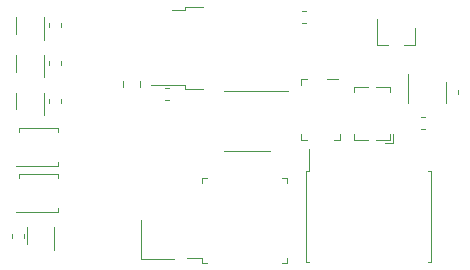
<source format=gbo>
G04 #@! TF.GenerationSoftware,KiCad,Pcbnew,5.1.4*
G04 #@! TF.CreationDate,2019-09-04T23:44:43+02:00*
G04 #@! TF.ProjectId,altimeter,616c7469-6d65-4746-9572-2e6b69636164,rev?*
G04 #@! TF.SameCoordinates,Original*
G04 #@! TF.FileFunction,Legend,Bot*
G04 #@! TF.FilePolarity,Positive*
%FSLAX46Y46*%
G04 Gerber Fmt 4.6, Leading zero omitted, Abs format (unit mm)*
G04 Created by KiCad (PCBNEW 5.1.4) date 2019-09-04 23:44:43*
%MOMM*%
%LPD*%
G04 APERTURE LIST*
%ADD10C,0.120000*%
G04 APERTURE END LIST*
D10*
X168893360Y-108386440D02*
X168893360Y-107936440D01*
X170043360Y-108386440D02*
X168893360Y-108386440D01*
X168893360Y-103886440D02*
X168893360Y-104336440D01*
X170043360Y-103886440D02*
X168893360Y-103886440D01*
X171893360Y-103886440D02*
X170743360Y-103886440D01*
X171893360Y-103886440D02*
X171893360Y-104336440D01*
X172193360Y-108686440D02*
X171443360Y-108686440D01*
X172193360Y-107936440D02*
X172193360Y-108686440D01*
X171893360Y-108386440D02*
X170743360Y-108386440D01*
X171893360Y-108386440D02*
X171893360Y-107936440D01*
X165073400Y-111024200D02*
X165073400Y-109209200D01*
X164818400Y-111024200D02*
X165073400Y-111024200D01*
X164818400Y-114884200D02*
X164818400Y-111024200D01*
X164818400Y-118744200D02*
X165073400Y-118744200D01*
X164818400Y-114884200D02*
X164818400Y-118744200D01*
X175338400Y-111024200D02*
X175083400Y-111024200D01*
X175338400Y-114884200D02*
X175338400Y-111024200D01*
X175338400Y-118744200D02*
X175083400Y-118744200D01*
X175338400Y-114884200D02*
X175338400Y-118744200D01*
X141140000Y-117200000D02*
X141140000Y-115800000D01*
X143460000Y-115800000D02*
X143460000Y-117700000D01*
X140910000Y-116328733D02*
X140910000Y-116671267D01*
X139890000Y-116328733D02*
X139890000Y-116671267D01*
X152834493Y-104033860D02*
X153177027Y-104033860D01*
X152834493Y-105053860D02*
X153177027Y-105053860D01*
X150799340Y-118512860D02*
X150799340Y-115212860D01*
X153599340Y-118512860D02*
X150799340Y-118512860D01*
X150710000Y-103438748D02*
X150710000Y-103961252D01*
X149290000Y-103438748D02*
X149290000Y-103961252D01*
X143015200Y-105280367D02*
X143015200Y-104937833D01*
X144035200Y-105280367D02*
X144035200Y-104937833D01*
X143015200Y-102080367D02*
X143015200Y-101737833D01*
X144035200Y-102080367D02*
X144035200Y-101737833D01*
X143015200Y-98880367D02*
X143015200Y-98537833D01*
X144035200Y-98880367D02*
X144035200Y-98537833D01*
X173980000Y-100360000D02*
X173980000Y-98900000D01*
X170820000Y-100360000D02*
X170820000Y-98200000D01*
X170820000Y-100360000D02*
X171750000Y-100360000D01*
X173980000Y-100360000D02*
X173050000Y-100360000D01*
X143777500Y-114542500D02*
X143777500Y-114207500D01*
X143777500Y-111607500D02*
X143777500Y-111272500D01*
X140507500Y-111607500D02*
X140507500Y-111272500D01*
X140507500Y-111262500D02*
X143777500Y-111262500D01*
X140272500Y-114542500D02*
X143777500Y-114542500D01*
X143760700Y-110639100D02*
X143760700Y-110304100D01*
X143760700Y-107704100D02*
X143760700Y-107369100D01*
X140490700Y-107704100D02*
X140490700Y-107369100D01*
X140490700Y-107359100D02*
X143760700Y-107359100D01*
X140255700Y-110639100D02*
X143760700Y-110639100D01*
X140265200Y-105809100D02*
X140265200Y-104409100D01*
X142585200Y-104409100D02*
X142585200Y-106309100D01*
X140265200Y-102609100D02*
X140265200Y-101209100D01*
X142585200Y-101209100D02*
X142585200Y-103109100D01*
X140265200Y-99409100D02*
X140265200Y-98009100D01*
X142585200Y-98009100D02*
X142585200Y-99909100D01*
X159800000Y-104240000D02*
X163250000Y-104240000D01*
X159800000Y-104240000D02*
X157850000Y-104240000D01*
X159800000Y-109360000D02*
X161750000Y-109360000D01*
X159800000Y-109360000D02*
X157850000Y-109360000D01*
X154530000Y-97420000D02*
X153430000Y-97420000D01*
X154530000Y-97150000D02*
X154530000Y-97420000D01*
X156030000Y-97150000D02*
X154530000Y-97150000D01*
X154530000Y-103780000D02*
X151700000Y-103780000D01*
X154530000Y-104050000D02*
X154530000Y-103780000D01*
X156030000Y-104050000D02*
X154530000Y-104050000D01*
X173390920Y-105288920D02*
X173390920Y-102838920D01*
X176610920Y-103488920D02*
X176610920Y-105288920D01*
X167533920Y-103241800D02*
X166583920Y-103241800D01*
X167633920Y-108441800D02*
X167633920Y-107941800D01*
X167133920Y-108441800D02*
X167633920Y-108441800D01*
X164333920Y-108441800D02*
X164833920Y-108441800D01*
X164333920Y-107941800D02*
X164333920Y-108441800D01*
X164333920Y-103241800D02*
X164333920Y-103741800D01*
X164833920Y-103241800D02*
X164333920Y-103241800D01*
X155990000Y-118360000D02*
X154700000Y-118360000D01*
X155990000Y-118810000D02*
X155990000Y-118360000D01*
X156440000Y-118810000D02*
X155990000Y-118810000D01*
X163210000Y-118810000D02*
X163210000Y-118360000D01*
X162760000Y-118810000D02*
X163210000Y-118810000D01*
X155990000Y-111590000D02*
X155990000Y-112040000D01*
X156440000Y-111590000D02*
X155990000Y-111590000D01*
X163210000Y-111590000D02*
X163210000Y-112040000D01*
X162760000Y-111590000D02*
X163210000Y-111590000D01*
X174553733Y-106490000D02*
X174896267Y-106490000D01*
X174553733Y-107510000D02*
X174896267Y-107510000D01*
X164428733Y-97490000D02*
X164771267Y-97490000D01*
X164428733Y-98510000D02*
X164771267Y-98510000D01*
X176657540Y-104506847D02*
X176657540Y-104164313D01*
X177677540Y-104506847D02*
X177677540Y-104164313D01*
M02*

</source>
